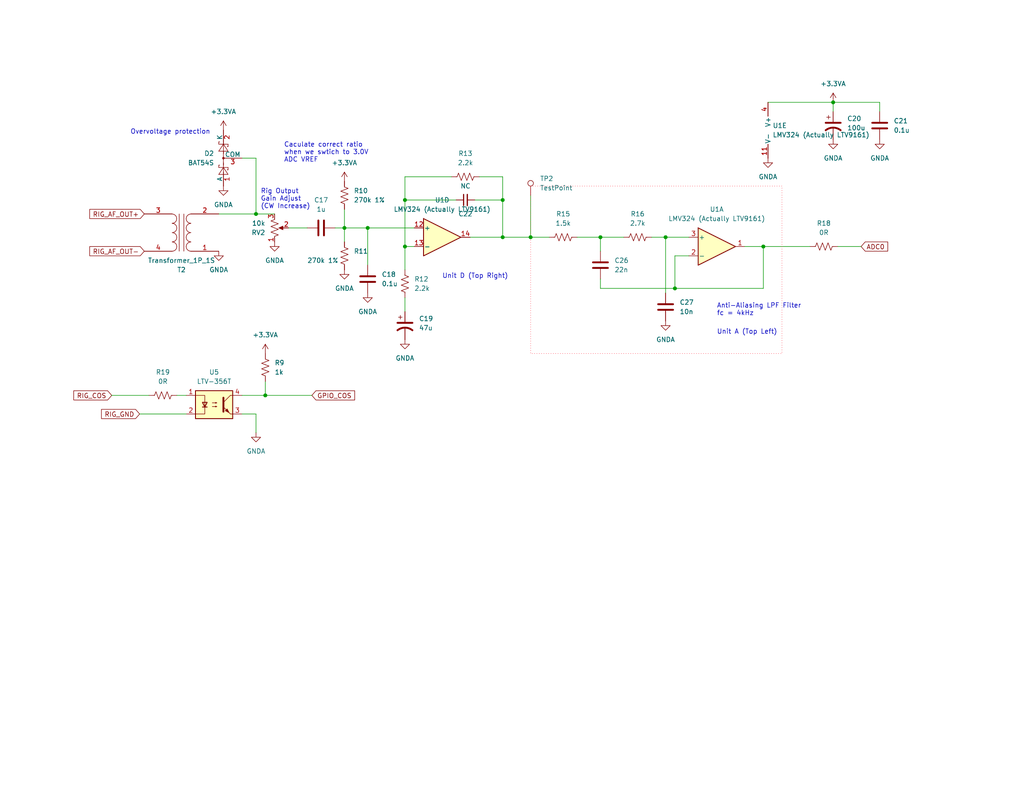
<source format=kicad_sch>
(kicad_sch (version 20230121) (generator eeschema)
  (paper "USLetter")
  (title_block (title "MicroLink - Audio Input") (date "2024-02-17") (rev "0") (company "Bruce MacKinnon KC1FSZ") (comment 1 "Copyright (C) 2024 - Not For Commercial Use"))
  (lib_symbols
    (symbol "Amplifier_Operational:LMV324" (pin_names (offset 0.127))
      (property "Reference" "U" (at 0 5.08 0))
      (property "Value" "LMV324" (at 0 -5.08 0))
      (symbol "LMV324_1_1"
        (polyline (pts (xy -5.08 5.08) (xy 5.08 0) (xy -5.08 -5.08) (xy -5.08 5.08)) (stroke (width 0.254)) (fill (type background)))
        (pin output line (at 7.62 0 180) (length 2.54) (name "~") (number "1"))
        (pin input line (at -7.62 -2.54 0) (length 2.54) (name "-") (number "2"))
        (pin input line (at -7.62 2.54 0) (length 2.54) (name "+") (number "3"))
      )
      (symbol "LMV324_2_1"
        (polyline (pts (xy -5.08 5.08) (xy 5.08 0) (xy -5.08 -5.08) (xy -5.08 5.08)) (stroke (width 0.254)) (fill (type background)))
        (pin input line (at -7.62 2.54 0) (length 2.54) (name "+") (number "5"))
        (pin input line (at -7.62 -2.54 0) (length 2.54) (name "-") (number "6"))
        (pin output line (at 7.62 0 180) (length 2.54) (name "~") (number "7"))
      )
      (symbol "LMV324_3_1"
        (polyline (pts (xy -5.08 5.08) (xy 5.08 0) (xy -5.08 -5.08) (xy -5.08 5.08)) (stroke (width 0.254)) (fill (type background)))
        (pin input line (at -7.62 2.54 0) (length 2.54) (name "+") (number "10"))
        (pin output line (at 7.62 0 180) (length 2.54) (name "~") (number "8"))
        (pin input line (at -7.62 -2.54 0) (length 2.54) (name "-") (number "9"))
      )
      (symbol "LMV324_4_1"
        (polyline (pts (xy -5.08 5.08) (xy 5.08 0) (xy -5.08 -5.08) (xy -5.08 5.08)) (stroke (width 0.254)) (fill (type background)))
        (pin input line (at -7.62 2.54 0) (length 2.54) (name "+") (number "12"))
        (pin input line (at -7.62 -2.54 0) (length 2.54) (name "-") (number "13"))
        (pin output line (at 7.62 0 180) (length 2.54) (name "~") (number "14"))
      )
      (symbol "LMV324_5_1"
        (pin power_in line (at -2.54 -7.62 90) (length 3.81) (name "V-") (number "11"))
        (pin power_in line (at -2.54 7.62 270) (length 3.81) (name "V+") (number "4"))
      )
    )
    (symbol "Connector:TestPoint" (pin_numbers hide) (pin_names (offset 0.762) hide)
      (property "Reference" "TP" (at 0 6.858 0))
      (property "Value" "TestPoint" (at 0 5.08 0))
      (symbol "TestPoint_0_1"
        (circle (center 0 3.302) (radius 0.762))
      )
      (symbol "TestPoint_1_1"
        (pin passive line (at 0 0 90) (length 2.54) (name "1") (number "1"))
      )
    )
    (symbol "Device:C" (pin_numbers hide) (pin_names (offset 0.254))
      (property "Reference" "C" (at 0.635 2.54 0))
      (property "Value" "C" (at 0.635 -2.54 0))
      (symbol "C_0_1"
        (polyline (pts (xy -2.032 -0.762) (xy 2.032 -0.762)) (stroke (width 0.508)))
        (polyline (pts (xy -2.032 0.762) (xy 2.032 0.762)) (stroke (width 0.508)))
      )
      (symbol "C_1_1"
        (pin passive line (at 0 3.81 270) (length 2.794) (name "~") (number "1"))
        (pin passive line (at 0 -3.81 90) (length 2.794) (name "~") (number "2"))
      )
    )
    (symbol "Device:C_Polarized_US" (pin_numbers hide) (pin_names (offset 0.254) hide)
      (property "Reference" "C" (at 0.635 2.54 0))
      (property "Value" "C_Polarized_US" (at 0.635 -2.54 0))
      (symbol "C_Polarized_US_0_1"
        (polyline (pts (xy -2.032 0.762) (xy 2.032 0.762)) (stroke (width 0.508)))
        (polyline (pts (xy -1.778 2.286) (xy -0.762 2.286)))
        (polyline (pts (xy -1.27 1.778) (xy -1.27 2.794)))
        (arc (start 2.032 -1.27) (mid 0 -0.5572) (end -2.032 -1.27) (stroke (width 0.508)))
      )
      (symbol "C_Polarized_US_1_1"
        (pin passive line (at 0 3.81 270) (length 2.794) (name "~") (number "1"))
        (pin passive line (at 0 -3.81 90) (length 3.302) (name "~") (number "2"))
      )
    )
    (symbol "Device:C_Small" (pin_numbers hide) (pin_names (offset 0.254) hide)
      (property "Reference" "C" (at 0.254 1.778 0))
      (property "Value" "C_Small" (at 0.254 -2.032 0))
      (symbol "C_Small_0_1"
        (polyline (pts (xy -1.524 -0.508) (xy 1.524 -0.508)) (stroke (width 0.3302)))
        (polyline (pts (xy -1.524 0.508) (xy 1.524 0.508)) (stroke (width 0.3048)))
      )
      (symbol "C_Small_1_1"
        (pin passive line (at 0 2.54 270) (length 2.032) (name "~") (number "1"))
        (pin passive line (at 0 -2.54 90) (length 2.032) (name "~") (number "2"))
      )
    )
    (symbol "Device:R_Potentiometer_US" (pin_names (offset 1.016) hide)
      (property "Reference" "RV" (at -4.445 0 90))
      (property "Value" "R_Potentiometer_US" (at -2.54 0 90))
      (symbol "R_Potentiometer_US_0_1"
        (polyline (pts (xy 0 -2.286) (xy 0 -2.54)))
        (polyline (pts (xy 0 2.54) (xy 0 2.286)))
        (polyline (pts (xy 2.54 0) (xy 1.524 0)))
        (polyline (pts (xy 1.143 0) (xy 2.286 0.508) (xy 2.286 -0.508) (xy 1.143 0)) (fill (type outline)))
        (polyline (pts (xy 0 -0.762) (xy 1.016 -1.143) (xy 0 -1.524) (xy -1.016 -1.905) (xy 0 -2.286)))
        (polyline (pts (xy 0 0.762) (xy 1.016 0.381) (xy 0 0) (xy -1.016 -0.381) (xy 0 -0.762)))
        (polyline (pts (xy 0 2.286) (xy 1.016 1.905) (xy 0 1.524) (xy -1.016 1.143) (xy 0 0.762)))
      )
      (symbol "R_Potentiometer_US_1_1"
        (pin passive line (at 0 3.81 270) (length 1.27) (name "1") (number "1"))
        (pin passive line (at 3.81 0 180) (length 1.27) (name "2") (number "2"))
        (pin passive line (at 0 -3.81 90) (length 1.27) (name "3") (number "3"))
      )
    )
    (symbol "Device:R_US" (pin_numbers hide) (pin_names (offset 0))
      (property "Reference" "R" (at 2.54 0 90))
      (property "Value" "R_US" (at -2.54 0 90))
      (symbol "R_US_0_1"
        (polyline (pts (xy 0 -2.286) (xy 0 -2.54)))
        (polyline (pts (xy 0 2.286) (xy 0 2.54)))
        (polyline (pts (xy 0 -0.762) (xy 1.016 -1.143) (xy 0 -1.524) (xy -1.016 -1.905) (xy 0 -2.286)))
        (polyline (pts (xy 0 0.762) (xy 1.016 0.381) (xy 0 0) (xy -1.016 -0.381) (xy 0 -0.762)))
        (polyline (pts (xy 0 2.286) (xy 1.016 1.905) (xy 0 1.524) (xy -1.016 1.143) (xy 0 0.762)))
      )
      (symbol "R_US_1_1"
        (pin passive line (at 0 3.81 270) (length 1.27) (name "~") (number "1"))
        (pin passive line (at 0 -3.81 90) (length 1.27) (name "~") (number "2"))
      )
    )
    (symbol "Device:Transformer_1P_1S" (pin_names (offset 1.016) hide)
      (property "Reference" "T" (at 0 6.35 0))
      (property "Value" "Transformer_1P_1S" (at 0 -7.62 0))
      (symbol "Transformer_1P_1S_0_1"
        (arc (start -2.54 -5.0546) (mid -1.6599 -4.6901) (end -1.27 -3.81))
        (arc (start -2.54 -2.5146) (mid -1.6599 -2.1501) (end -1.27 -1.27))
        (arc (start -2.54 0.0254) (mid -1.6599 0.3899) (end -1.27 1.27))
        (arc (start -2.54 2.5654) (mid -1.6599 2.9299) (end -1.27 3.81))
        (arc (start -1.27 -3.81) (mid -1.642 -2.912) (end -2.54 -2.54))
        (arc (start -1.27 -1.27) (mid -1.642 -0.372) (end -2.54 0))
        (arc (start -1.27 1.27) (mid -1.642 2.168) (end -2.54 2.54))
        (arc (start -1.27 3.81) (mid -1.642 4.708) (end -2.54 5.08))
        (polyline (pts (xy -0.635 5.08) (xy -0.635 -5.08)))
        (polyline (pts (xy 0.635 -5.08) (xy 0.635 5.08)))
        (arc (start 1.2954 -1.27) (mid 1.6599 -2.1501) (end 2.54 -2.5146))
        (arc (start 1.2954 1.27) (mid 1.6599 0.3899) (end 2.54 0.0254))
        (arc (start 1.2954 3.81) (mid 1.6599 2.9299) (end 2.54 2.5654))
        (arc (start 1.3208 -3.81) (mid 1.6853 -4.6901) (end 2.5654 -5.0546))
        (arc (start 2.54 0) (mid 1.642 -0.372) (end 1.2954 -1.27))
        (arc (start 2.54 2.54) (mid 1.642 2.168) (end 1.2954 1.27))
        (arc (start 2.54 5.08) (mid 1.642 4.708) (end 1.2954 3.81))
        (arc (start 2.5654 -2.54) (mid 1.6674 -2.912) (end 1.3208 -3.81))
      )
      (symbol "Transformer_1P_1S_1_1"
        (pin passive line (at -10.16 5.08 0) (length 7.62) (name "AA") (number "1"))
        (pin passive line (at -10.16 -5.08 0) (length 7.62) (name "AB") (number "2"))
        (pin passive line (at 10.16 -5.08 180) (length 7.62) (name "SA") (number "3"))
        (pin passive line (at 10.16 5.08 180) (length 7.62) (name "SB") (number "4"))
      )
    )
    (symbol "Diode:BAT54S" (pin_names (offset 0))
      (property "Reference" "D" (at 2.54 -5.08 0))
      (property "Value" "BAT54S" (at -6.35 3.175 0))
      (symbol "BAT54S_0_1"
        (polyline (pts (xy -3.81 0) (xy -1.27 0)))
        (polyline (pts (xy -3.175 -1.27) (xy -3.175 -1.016)))
        (polyline (pts (xy -2.54 -1.27) (xy -3.175 -1.27)))
        (polyline (pts (xy -2.54 -1.27) (xy -2.54 1.27)))
        (polyline (pts (xy -2.54 1.27) (xy -1.905 1.27)))
        (polyline (pts (xy -1.905 0) (xy 1.905 0)))
        (polyline (pts (xy -1.905 1.27) (xy -1.905 1.016)))
        (polyline (pts (xy 1.27 0) (xy 3.81 0)))
        (polyline (pts (xy 3.175 -1.27) (xy 3.175 -1.016)))
        (polyline (pts (xy 3.81 -1.27) (xy 3.175 -1.27)))
        (polyline (pts (xy 3.81 -1.27) (xy 3.81 1.27)))
        (polyline (pts (xy 3.81 1.27) (xy 4.445 1.27)))
        (polyline (pts (xy 4.445 1.27) (xy 4.445 1.016)))
        (polyline (pts (xy -4.445 1.27) (xy -4.445 -1.27) (xy -2.54 0) (xy -4.445 1.27)))
        (polyline (pts (xy 1.905 1.27) (xy 1.905 -1.27) (xy 3.81 0) (xy 1.905 1.27)))
        (circle (center 0 0) (radius 0.254) (fill (type outline)))
      )
      (symbol "BAT54S_1_1"
        (pin passive line (at -7.62 0 0) (length 3.81) (name "A") (number "1"))
        (pin passive line (at 7.62 0 180) (length 3.81) (name "K") (number "2"))
        (pin passive line (at 0 -5.08 90) (length 5.08) (name "COM") (number "3"))
      )
    )
    (symbol "Isolator:LTV-356T" (pin_names (offset 1.016))
      (property "Reference" "U" (at -5.334 4.826 0))
      (property "Value" "LTV-356T" (at 0 5.08 0))
      (symbol "LTV-356T_0_1"
        (rectangle (start -5.08 3.81) (end 5.08 -3.81) (stroke (width 0.254)) (fill (type background)))
        (polyline (pts (xy -3.175 -0.635) (xy -1.905 -0.635)) (stroke (width 0.254)))
        (polyline (pts (xy 2.54 0.635) (xy 4.445 2.54)))
        (polyline (pts (xy 4.445 -2.54) (xy 2.54 -0.635)) (fill (type outline)))
        (polyline (pts (xy 4.445 -2.54) (xy 5.08 -2.54)))
        (polyline (pts (xy 4.445 2.54) (xy 5.08 2.54)))
        (polyline (pts (xy -5.08 2.54) (xy -2.54 2.54) (xy -2.54 -0.762)))
        (polyline (pts (xy -2.54 -0.635) (xy -2.54 -2.54) (xy -5.08 -2.54)))
        (polyline (pts (xy 2.54 1.905) (xy 2.54 -1.905) (xy 2.54 -1.905)) (stroke (width 0.508)))
        (polyline (pts (xy -2.54 -0.635) (xy -3.175 0.635) (xy -1.905 0.635) (xy -2.54 -0.635)) (stroke (width 0.254)))
        (polyline (pts (xy -0.508 -0.508) (xy 0.762 -0.508) (xy 0.381 -0.635) (xy 0.381 -0.381) (xy 0.762 -0.508)))
        (polyline (pts (xy -0.508 0.508) (xy 0.762 0.508) (xy 0.381 0.381) (xy 0.381 0.635) (xy 0.762 0.508)))
        (polyline (pts (xy 3.048 -1.651) (xy 3.556 -1.143) (xy 4.064 -2.159) (xy 3.048 -1.651) (xy 3.048 -1.651)) (fill (type outline)))
      )
      (symbol "LTV-356T_1_1"
        (pin passive line (at -7.62 2.54 0) (length 2.54) (name "~") (number "1"))
        (pin passive line (at -7.62 -2.54 0) (length 2.54) (name "~") (number "2"))
        (pin passive line (at 7.62 -2.54 180) (length 2.54) (name "~") (number "3"))
        (pin passive line (at 7.62 2.54 180) (length 2.54) (name "~") (number "4"))
      )
    )
    (symbol "power:+3.3VA" (power) (pin_names (offset 0))
      (property "Value" "+3.3VA" (at 0 3.556 0))
      (symbol "+3.3VA_0_1"
        (polyline (pts (xy -0.762 1.27) (xy 0 2.54)))
        (polyline (pts (xy 0 0) (xy 0 2.54)))
        (polyline (pts (xy 0 2.54) (xy 0.762 1.27)))
      )
      (symbol "+3.3VA_1_1"
        (pin power_in line (at 0 0 90) (length 0) hide (name "+3.3VA") (number "1"))
      )
    )
    (symbol "power:GNDA" (power) (pin_names (offset 0))
      (property "Value" "GNDA" (at 0 -3.81 0))
      (symbol "GNDA_0_1"
        (polyline (pts (xy 0 0) (xy 0 -1.27) (xy 1.27 -1.27) (xy 0 -2.54) (xy -1.27 -1.27) (xy 0 -1.27)))
      )
      (symbol "GNDA_1_1"
        (pin power_in line (at 0 0 270) (length 0) hide (name "GNDA") (number "1"))
      )
    )
  )
  (junction (at 144.78 64.77))
  (junction (at 69.85 58.42))
  (junction (at 110.49 54.61))
  (junction (at 137.16 64.77))
  (junction (at 208.28 67.31))
  (junction (at 163.83 64.77))
  (junction (at 227.33 27.94))
  (junction (at 110.49 67.31))
  (junction (at 181.61 64.77))
  (junction (at 184.15 78.74))
  (junction (at 100.33 62.23))
  (junction (at 72.39 107.95))
  (junction (at 93.98 62.23))
  (junction (at 137.16 54.61))
  (wire (pts (xy 78.74 62.23) (xy 83.82 62.23)))
  (wire (pts (xy 144.78 64.77) (xy 149.86 64.77)))
  (wire (pts (xy 208.28 67.31) (xy 203.2 67.31)))
  (wire (pts (xy 144.78 53.34) (xy 144.78 64.77)))
  (wire (pts (xy 181.61 64.77) (xy 181.61 80.01)))
  (wire (pts (xy 177.8 64.77) (xy 181.61 64.77)))
  (wire (pts (xy 93.98 62.23) (xy 93.98 66.04)))
  (wire (pts (xy 59.69 58.42) (xy 69.85 58.42)))
  (wire (pts (xy 137.16 64.77) (xy 144.78 64.77)))
  (wire (pts (xy 66.04 107.95) (xy 72.39 107.95)))
  (wire (pts (xy 69.85 113.03) (xy 69.85 118.11)))
  (wire (pts (xy 38.1 113.03) (xy 50.8 113.03)))
  (wire (pts (xy 209.55 27.94) (xy 227.33 27.94)))
  (wire (pts (xy 110.49 67.31) (xy 110.49 73.66)))
  (wire (pts (xy 128.27 64.77) (xy 137.16 64.77)))
  (wire (pts (xy 30.48 107.95) (xy 40.64 107.95)))
  (wire (pts (xy 66.04 113.03) (xy 69.85 113.03)))
  (wire (pts (xy 227.33 27.94) (xy 227.33 30.48)))
  (wire (pts (xy 48.26 107.95) (xy 50.8 107.95)))
  (wire (pts (xy 137.16 64.77) (xy 137.16 54.61)))
  (wire (pts (xy 72.39 107.95) (xy 85.09 107.95)))
  (wire (pts (xy 137.16 54.61) (xy 137.16 48.26)))
  (wire (pts (xy 72.39 104.14) (xy 72.39 107.95)))
  (wire (pts (xy 110.49 81.28) (xy 110.49 85.09)))
  (wire (pts (xy 100.33 62.23) (xy 100.33 72.39)))
  (wire (pts (xy 163.83 78.74) (xy 184.15 78.74)))
  (wire (pts (xy 187.96 69.85) (xy 184.15 69.85)))
  (wire (pts (xy 69.85 43.18) (xy 69.85 58.42)))
  (wire (pts (xy 110.49 54.61) (xy 124.46 54.61)))
  (wire (pts (xy 93.98 57.15) (xy 93.98 62.23)))
  (wire (pts (xy 184.15 69.85) (xy 184.15 78.74)))
  (wire (pts (xy 110.49 54.61) (xy 110.49 48.26)))
  (wire (pts (xy 110.49 48.26) (xy 123.19 48.26)))
  (wire (pts (xy 208.28 78.74) (xy 208.28 67.31)))
  (wire (pts (xy 163.83 76.2) (xy 163.83 78.74)))
  (wire (pts (xy 181.61 64.77) (xy 187.96 64.77)))
  (wire (pts (xy 163.83 64.77) (xy 163.83 68.58)))
  (wire (pts (xy 130.81 48.26) (xy 137.16 48.26)))
  (wire (pts (xy 163.83 64.77) (xy 170.18 64.77)))
  (wire (pts (xy 228.6 67.31) (xy 234.95 67.31)))
  (wire (pts (xy 91.44 62.23) (xy 93.98 62.23)))
  (wire (pts (xy 240.03 30.48) (xy 240.03 27.94)))
  (wire (pts (xy 93.98 62.23) (xy 100.33 62.23)))
  (wire (pts (xy 129.54 54.61) (xy 137.16 54.61)))
  (wire (pts (xy 157.48 64.77) (xy 163.83 64.77)))
  (wire (pts (xy 110.49 67.31) (xy 110.49 54.61)))
  (wire (pts (xy 110.49 67.31) (xy 113.03 67.31)))
  (wire (pts (xy 208.28 67.31) (xy 220.98 67.31)))
  (wire (pts (xy 227.33 27.94) (xy 240.03 27.94)))
  (wire (pts (xy 69.85 58.42) (xy 74.93 58.42)))
  (wire (pts (xy 184.15 78.74) (xy 208.28 78.74)))
  (wire (pts (xy 66.04 43.18) (xy 69.85 43.18)))
  (wire (pts (xy 100.33 62.23) (xy 113.03 62.23)))
  (rectangle (start 144.78 50.8) (end 213.36 96.52) (stroke (width 0) (type dot) (color 255 55 72 1)))
  (text "Rig Output \nGain Adjust\n(CW Increase)" (at 71.12 57.15 0) (effects (font (size 1.27 1.27)) (justify left bottom)))
  (text "Overvoltage protection" (at 35.56 36.83 0) (effects (font (size 1.27 1.27)) (justify left bottom)))
  (text "Unit D (Top Right)" (at 120.65 76.2 0) (effects (font (size 1.27 1.27)) (justify left bottom)))
  (text "Unit A (Top Left)" (at 195.58 91.44 0) (effects (font (size 1.27 1.27)) (justify left bottom)))
  (text "Anti-Aliasing LPF Filter\nfc = 4kHz" (at 195.58 86.36 0) (effects (font (size 1.27 1.27)) (justify left bottom)))
  (text "Caculate correct ratio\nwhen we swtich to 3.0V \nADC VREF" (at 77.47 44.45 0) (effects (font (size 1.27 1.27)) (justify left bottom)))
  (global_label "GPIO_COS" (shape input) (at 85.09 107.95 0) (property "Intersheetrefs" "${INTERSHEET_REFS}" (effects hide)))
  (global_label "ADC0" (shape input) (at 234.95 67.31 0) (property "Intersheetrefs" "${INTERSHEET_REFS}" (effects hide)))
  (global_label "RIG_AF_OUT+" (shape input) (at 39.37 58.42 180) (property "Intersheetrefs" "${INTERSHEET_REFS}" (effects hide)))
  (global_label "RIG_GND" (shape input) (at 38.1 113.03 180) (property "Intersheetrefs" "${INTERSHEET_REFS}" (effects hide)))
  (global_label "RIG_AF_OUT-" (shape input) (at 39.37 68.58 180) (property "Intersheetrefs" "${INTERSHEET_REFS}" (effects hide)))
  (global_label "RIG_COS" (shape input) (at 30.48 107.95 180) (property "Intersheetrefs" "${INTERSHEET_REFS}" (effects hide)))
  (symbol (lib_id "Device:R_US") (at 93.98 53.34 0) (unit 1)
    (property "Reference" "R10" (at 96.52 52.07 0) (effects (justify left)))
    (property "Value" "270k 1%" (at 96.52 54.61 0) (effects (justify left)))
    (property "Footprint" "Resistor_SMD:R_0805_2012Metric_Pad1.20x1.40mm_HandSolder" (effects hide))
  )
  (symbol (lib_id "Device:C") (at 163.83 72.39 0) (unit 1)
    (property "Reference" "C26" (at 167.64 71.12 0) (effects (justify left)))
    (property "Value" "22n" (at 167.64 73.66 0) (effects (justify left)))
    (property "Footprint" "Capacitor_SMD:C_0805_2012Metric_Pad1.18x1.45mm_HandSolder" (effects hide))
  )
  (symbol (lib_id "Device:R_US") (at 224.79 67.31 90) (unit 1)
    (property "Reference" "R18" (at 224.79 60.96 90))
    (property "Value" "0R" (at 224.79 63.5 90))
    (property "Footprint" "Resistor_SMD:R_0805_2012Metric_Pad1.20x1.40mm_HandSolder" (effects hide))
  )
  (symbol (lib_id "power:+3.3VA") (at 72.39 96.52 0) (unit 1)
    (property "Reference" "#PWR031" (effects hide))
    (property "Value" "+3.3VA" (at 72.39 91.44 0))
  )
  (symbol (lib_id "Device:R_US") (at 72.39 100.33 0) (unit 1)
    (property "Reference" "R9" (at 74.93 99.06 0) (effects (justify left)))
    (property "Value" "1k" (at 74.93 101.6 0) (effects (justify left)))
    (property "Footprint" "Resistor_SMD:R_0805_2012Metric_Pad1.20x1.40mm_HandSolder" (effects hide))
  )
  (symbol (lib_id "power:GNDA") (at 74.93 66.04 0) (unit 1)
    (property "Reference" "#PWR033" (effects hide))
    (property "Value" "GNDA" (at 74.93 71.12 0))
  )
  (symbol (lib_id "Device:R_US") (at 153.67 64.77 270) (unit 1)
    (property "Reference" "R15" (at 153.67 58.42 90))
    (property "Value" "1.5k" (at 153.67 60.96 90))
    (property "Footprint" "Resistor_SMD:R_0805_2012Metric_Pad1.20x1.40mm_HandSolder" (effects hide))
  )
  (symbol (lib_id "Amplifier_Operational:LMV324") (at 212.09 35.56 0) (unit 5)
    (property "Reference" "U1" (at 210.82 34.29 0) (effects (justify left)))
    (property "Value" "LMV324 (Actually LTV9161)" (at 210.82 36.83 0) (effects (justify left)))
    (property "Footprint" "Package_SO:TSSOP-14_4.4x5mm_P0.65mm" (effects hide))
    (property "Datasheet" "http://www.ti.com/lit/ds/symlink/lmv324.pdf" (effects hide))
  )
  (symbol (lib_id "Device:R_US") (at 173.99 64.77 90) (unit 1)
    (property "Reference" "R16" (at 173.99 58.42 90))
    (property "Value" "2.7k" (at 173.99 60.96 90))
    (property "Footprint" "Resistor_SMD:R_0805_2012Metric_Pad1.20x1.40mm_HandSolder" (effects hide))
  )
  (symbol (lib_id "power:+3.3VA") (at 93.98 49.53 0) (unit 1)
    (property "Reference" "#PWR034" (effects hide))
    (property "Value" "+3.3VA" (at 93.98 44.45 0))
  )
  (symbol (lib_id "Device:C_Small") (at 127 54.61 90) (unit 1)
    (property "Reference" "C22" (at 127 58.42 90))
    (property "Value" "NC" (at 127.0063 50.8 90))
    (property "Footprint" "Capacitor_SMD:C_0805_2012Metric_Pad1.18x1.45mm_HandSolder" (effects hide))
  )
  (symbol (lib_id "power:GNDA") (at 69.85 118.11 0) (unit 1)
    (property "Reference" "#PWR030" (effects hide))
    (property "Value" "GNDA" (at 69.85 123.19 0))
  )
  (symbol (lib_id "Device:R_US") (at 44.45 107.95 90) (unit 1)
    (property "Reference" "R19" (at 44.45 101.6 90))
    (property "Value" "0R" (at 44.45 104.14 90))
    (property "Footprint" "Resistor_SMD:R_0805_2012Metric_Pad1.20x1.40mm_HandSolder" (effects hide))
  )
  (symbol (lib_id "power:GNDA") (at 93.98 73.66 0) (unit 1)
    (property "Reference" "#PWR035" (effects hide))
    (property "Value" "GNDA" (at 93.98 78.74 0))
  )
  (symbol (lib_id "Device:R_US") (at 110.49 77.47 180) (unit 1)
    (property "Reference" "R12" (at 113.03 76.2 0) (effects (justify right)))
    (property "Value" "2.2k" (at 113.03 78.74 0) (effects (justify right)))
    (property "Footprint" "Resistor_SMD:R_0805_2012Metric_Pad1.20x1.40mm_HandSolder" (effects hide))
  )
  (symbol (lib_id "Isolator:LTV-356T") (at 58.42 110.49 0) (unit 1)
    (property "Reference" "U5" (at 58.42 101.6 0))
    (property "Value" "LTV-356T" (at 58.42 104.14 0))
    (property "Footprint" "Package_SO:SO-4_4.4x3.6mm_P2.54mm" (effects hide))
    (property "Datasheet" "http://optoelectronics.liteon.com/upload/download/DS70-2001-010/S_110_LTV-356T%2020140520.pdf" (effects hide))
  )
  (symbol (lib_id "Device:C") (at 87.63 62.23 90) (unit 1)
    (property "Reference" "C17" (at 87.63 54.61 90))
    (property "Value" "1u" (at 87.63 57.15 90))
    (property "Footprint" "Capacitor_SMD:C_0805_2012Metric_Pad1.18x1.45mm_HandSolder" (effects hide))
  )
  (symbol (lib_id "Device:R_US") (at 93.98 69.85 0) (unit 1)
    (property "Reference" "R11" (at 96.52 68.58 0) (effects (justify left)))
    (property "Value" "270k 1%" (at 83.82 71.12 0) (effects (justify left)))
    (property "Footprint" "Resistor_SMD:R_0805_2012Metric_Pad1.20x1.40mm_HandSolder" (effects hide))
  )
  (symbol (lib_id "power:GNDA") (at 110.49 92.71 0) (unit 1)
    (property "Reference" "#PWR037" (effects hide))
    (property "Value" "GNDA" (at 110.49 97.79 0))
  )
  (symbol (lib_id "power:GNDA") (at 60.96 50.8 0) (unit 1)
    (property "Reference" "#PWR07" (effects hide))
    (property "Value" "GNDA" (at 60.96 55.88 0))
  )
  (symbol (lib_id "Device:Transformer_1P_1S") (at 49.53 63.5 180) (unit 1)
    (property "Reference" "T2" (at 49.5173 73.66 0))
    (property "Value" "Transformer_1P_1S" (at 49.5173 71.12 0))
    (property "Footprint" "KiCad-Library:CheapAudioTransformer" (effects hide))
  )
  (symbol (lib_id "power:GNDA") (at 181.61 87.63 0) (unit 1)
    (property "Reference" "#PWR049" (effects hide))
    (property "Value" "GNDA" (at 181.61 92.71 0))
  )
  (symbol (lib_id "power:GNDA") (at 59.69 68.58 0) (unit 1)
    (property "Reference" "#PWR032" (effects hide))
    (property "Value" "GNDA" (at 59.69 73.66 0))
  )
  (symbol (lib_id "power:GNDA") (at 240.03 38.1 0) (unit 1)
    (property "Reference" "#PWR042" (effects hide))
    (property "Value" "GNDA" (at 240.03 43.18 0))
  )
  (symbol (lib_id "Device:C") (at 240.03 34.29 0) (unit 1)
    (property "Reference" "C21" (at 243.84 33.02 0) (effects (justify left)))
    (property "Value" "0.1u" (at 243.84 35.56 0) (effects (justify left)))
    (property "Footprint" "Capacitor_SMD:C_0805_2012Metric_Pad1.18x1.45mm_HandSolder" (effects hide))
  )
  (symbol (lib_id "Connector:TestPoint") (at 144.78 53.34 0) (unit 1)
    (property "Reference" "TP2" (at 147.32 48.768 0) (effects (justify left)))
    (property "Value" "TestPoint" (at 147.32 51.308 0) (effects (justify left)))
    (property "Footprint" "TestPoint:TestPoint_Pad_2.5x2.5mm" (effects hide))
  )
  (symbol (lib_id "Diode:BAT54S") (at 60.96 43.18 90) (unit 1)
    (property "Reference" "D2" (at 58.42 41.91 90) (effects (justify left)))
    (property "Value" "BAT54S" (at 58.42 44.45 90) (effects (justify left)))
    (property "Footprint" "Package_TO_SOT_SMD:SOT-23" (effects hide))
    (property "Datasheet" "https://www.diodes.com/assets/Datasheets/ds11005.pdf" (effects hide))
  )
  (symbol (lib_id "Amplifier_Operational:LMV324") (at 195.58 67.31 0) (unit 1)
    (property "Reference" "U1" (at 195.58 57.15 0))
    (property "Value" "LMV324 (Actually LTV9161)" (at 195.58 59.69 0))
    (property "Footprint" "Package_SO:TSSOP-14_4.4x5mm_P0.65mm" (effects hide))
    (property "Datasheet" "http://www.ti.com/lit/ds/symlink/lmv324.pdf" (effects hide))
  )
  (symbol (lib_id "power:GNDA") (at 227.33 38.1 0) (unit 1)
    (property "Reference" "#PWR039" (effects hide))
    (property "Value" "GNDA" (at 227.33 43.18 0))
  )
  (symbol (lib_id "Device:R_Potentiometer_US") (at 74.93 62.23 0) (mirror x) (unit 1)
    (property "Reference" "RV2" (at 72.39 63.5 0) (effects (justify right)))
    (property "Value" "10k" (at 72.39 60.96 0) (effects (justify right)))
    (property "Footprint" "KiCad-Library:POT_3362P" (effects hide))
  )
  (symbol (lib_id "Device:C") (at 181.61 83.82 0) (unit 1)
    (property "Reference" "C27" (at 185.42 82.55 0) (effects (justify left)))
    (property "Value" "10n" (at 185.42 85.09 0) (effects (justify left)))
    (property "Footprint" "Capacitor_SMD:C_0805_2012Metric_Pad1.18x1.45mm_HandSolder" (effects hide))
  )
  (symbol (lib_id "Device:C_Polarized_US") (at 110.49 88.9 0) (unit 1)
    (property "Reference" "C19" (at 114.3 86.995 0) (effects (justify left)))
    (property "Value" "47u" (at 114.3 89.535 0) (effects (justify left)))
    (property "Footprint" "KiCad-Library:CAP_KEMET_530_530" (effects hide))
  )
  (symbol (lib_id "Device:R_US") (at 127 48.26 90) (unit 1)
    (property "Reference" "R13" (at 127 41.91 90))
    (property "Value" "2.2k" (at 127 44.45 90))
    (property "Footprint" "Resistor_SMD:R_0805_2012Metric_Pad1.20x1.40mm_HandSolder" (effects hide))
  )
  (symbol (lib_id "power:GNDA") (at 209.55 43.18 0) (unit 1)
    (property "Reference" "#PWR020" (effects hide))
    (property "Value" "GNDA" (at 209.55 48.26 0))
  )
  (symbol (lib_id "Device:C") (at 100.33 76.2 0) (unit 1)
    (property "Reference" "C18" (at 104.14 74.93 0) (effects (justify left)))
    (property "Value" "0.1u" (at 104.14 77.47 0) (effects (justify left)))
    (property "Footprint" "Capacitor_SMD:C_0805_2012Metric_Pad1.18x1.45mm_HandSolder" (effects hide))
  )
  (symbol (lib_id "power:+3.3VA") (at 60.96 35.56 0) (unit 1)
    (property "Reference" "#PWR040" (effects hide))
    (property "Value" "+3.3VA" (at 60.96 30.48 0))
  )
  (symbol (lib_id "power:+3.3VA") (at 227.33 27.94 0) (unit 1)
    (property "Reference" "#PWR038" (effects hide))
    (property "Value" "+3.3VA" (at 227.33 22.86 0))
  )
  (symbol (lib_id "power:GNDA") (at 100.33 80.01 0) (unit 1)
    (property "Reference" "#PWR036" (effects hide))
    (property "Value" "GNDA" (at 100.33 85.09 0))
  )
  (symbol (lib_id "Amplifier_Operational:LMV324") (at 120.65 64.77 0) (unit 4)
    (property "Reference" "U1" (at 120.65 54.61 0))
    (property "Value" "LMV324 (Actually LTV9161)" (at 120.65 57.15 0))
    (property "Footprint" "Package_SO:TSSOP-14_4.4x5mm_P0.65mm" (effects hide))
    (property "Datasheet" "http://www.ti.com/lit/ds/symlink/lmv324.pdf" (effects hide))
  )
  (symbol (lib_id "Device:C_Polarized_US") (at 227.33 34.29 0) (unit 1)
    (property "Reference" "C20" (at 231.14 32.385 0) (effects (justify left)))
    (property "Value" "100u" (at 231.14 34.925 0) (effects (justify left)))
    (property "Footprint" "KiCad-Library:CAP_KEMET_530_530" (effects hide))
  )
)
</source>
